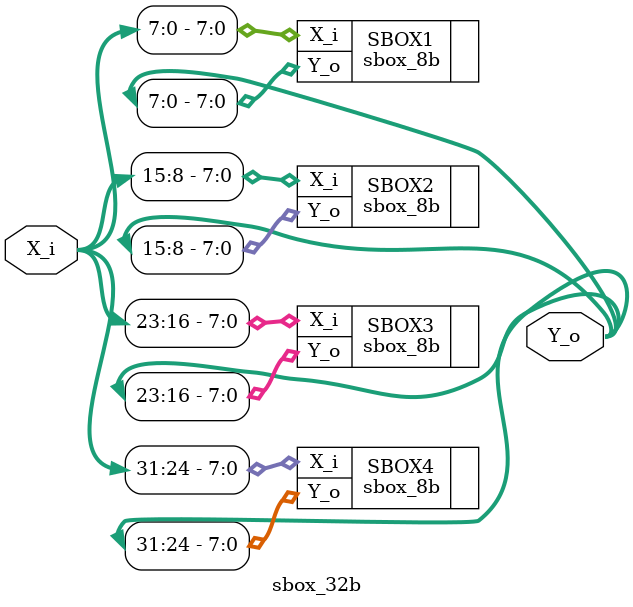
<source format=v>

module sbox_32b(input [31:0] X_i,
                output [31:0] Y_o);

sbox_8b SBOX1(
.X_i     (X_i[7:0]),
.Y_o     (Y_o[7:0])
);
sbox_8b SBOX2(
.X_i     (X_i[15:8]),
.Y_o     (Y_o[15:8])
);
sbox_8b SBOX3(
.X_i     (X_i[23:16]),
.Y_o     (Y_o[23:16])
);
sbox_8b SBOX4(
.X_i     (X_i[31:24]),
.Y_o     (Y_o[31:24])
);

endmodule

</source>
